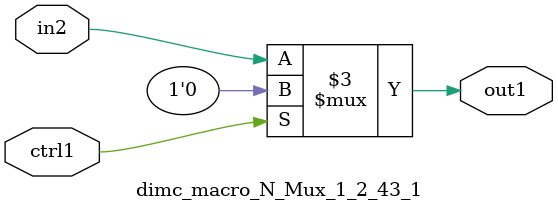
<source format=v>

`timescale 1ps / 1ps


module dimc_macro_N_Mux_1_2_43_1( in2, ctrl1, out1 );

    input in2;
    input ctrl1;
    output out1;
    reg out1;

    
    // rtl_process:dimc_macro_N_Mux_1_2_43_1/dimc_macro_N_Mux_1_2_43_1_thread_1
    always @*
      begin : dimc_macro_N_Mux_1_2_43_1_thread_1
        case (ctrl1) 
          1'b1: 
            begin
              out1 = 1'b0;
            end
          default: 
            begin
              out1 = in2;
            end
        endcase
      end

endmodule



</source>
